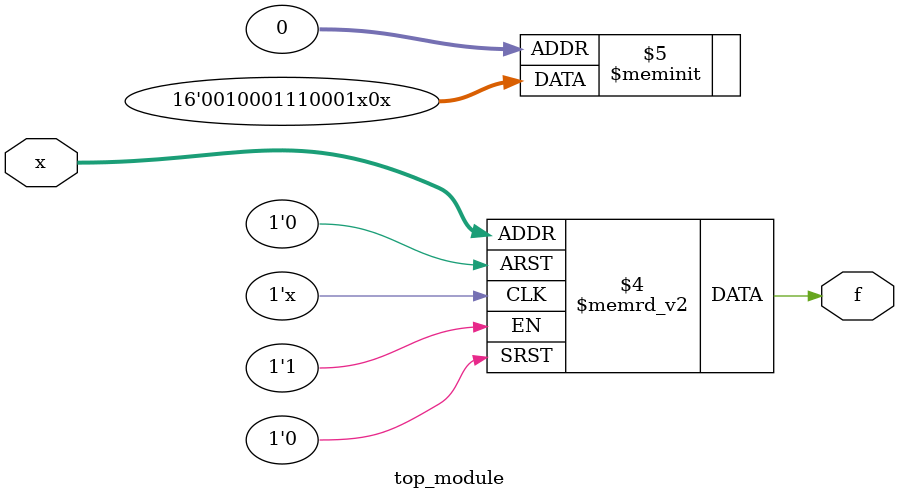
<source format=sv>
module top_module (
	input [4:1] x,
	output logic f
);

always_comb begin
	case ({x[4], x[3], x[2], x[1]})
		4'b0001: f = 1'b0;
		4'b0011: f = 1'b1;
		4'b0100: f = 1'b0;
		4'b0101: f = 1'b0;
		4'b0110: f = 1'b0;
		4'b0111: f = 1'b1;
		4'b1000: f = 1'b1;
		4'b1001: f = 1'b1;
		4'b1010: f = 1'b0;
		4'b1011: f = 1'b0;
		4'b1100: f = 1'b0;
		4'b1101: f = 1'b1;
		4'b1110: f = 1'b0;
		4'b1111: f = 1'b0;
		default: f = 1'bx; // don't-care (x)
	endcase
end

endmodule

</source>
